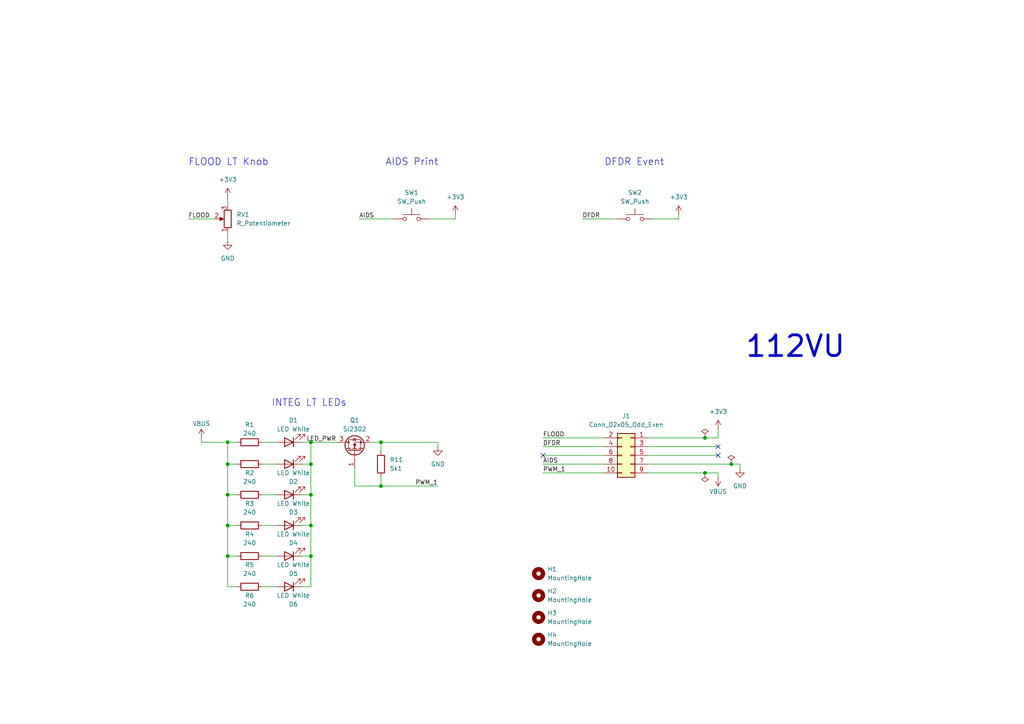
<source format=kicad_sch>
(kicad_sch (version 20231120) (generator "eeschema") (generator_version "8.0")
  (paper "A4")
  (lib_symbols
    (symbol "Connector_Generic:Conn_02x05_Odd_Even" (pin_names (offset 1.016) hide)
      (property "Reference" "J" (at 1.27 7.62 0))
      (property "Value" "Conn_02x05_Odd_Even" (at 1.27 -7.62 0))
      (symbol "Conn_02x05_Odd_Even_1_1"
        (rectangle (start -1.27 -4.953) (end 0 -5.207) (stroke (width 0.1524)))
        (rectangle (start -1.27 -2.413) (end 0 -2.667) (stroke (width 0.1524)))
        (rectangle (start -1.27 0.127) (end 0 -0.127) (stroke (width 0.1524)))
        (rectangle (start -1.27 2.667) (end 0 2.413) (stroke (width 0.1524)))
        (rectangle (start -1.27 5.207) (end 0 4.953) (stroke (width 0.1524)))
        (rectangle (start -1.27 6.35) (end 3.81 -6.35) (stroke (width 0.254)) (fill (type background)))
        (rectangle (start 3.81 -4.953) (end 2.54 -5.207) (stroke (width 0.1524)))
        (rectangle (start 3.81 -2.413) (end 2.54 -2.667) (stroke (width 0.1524)))
        (rectangle (start 3.81 0.127) (end 2.54 -0.127) (stroke (width 0.1524)))
        (rectangle (start 3.81 2.667) (end 2.54 2.413) (stroke (width 0.1524)))
        (rectangle (start 3.81 5.207) (end 2.54 4.953) (stroke (width 0.1524)))
        (pin passive line (at -5.08 5.08 0) (length 3.81) (name "Pin_1") (number "1"))
        (pin passive line (at 7.62 -5.08 180) (length 3.81) (name "Pin_10") (number "10"))
        (pin passive line (at 7.62 5.08 180) (length 3.81) (name "Pin_2") (number "2"))
        (pin passive line (at -5.08 2.54 0) (length 3.81) (name "Pin_3") (number "3"))
        (pin passive line (at 7.62 2.54 180) (length 3.81) (name "Pin_4") (number "4"))
        (pin passive line (at -5.08 0 0) (length 3.81) (name "Pin_5") (number "5"))
        (pin passive line (at 7.62 0 180) (length 3.81) (name "Pin_6") (number "6"))
        (pin passive line (at -5.08 -2.54 0) (length 3.81) (name "Pin_7") (number "7"))
        (pin passive line (at 7.62 -2.54 180) (length 3.81) (name "Pin_8") (number "8"))
        (pin passive line (at -5.08 -5.08 0) (length 3.81) (name "Pin_9") (number "9"))
      )
    )
    (symbol "Device:LED" (pin_numbers hide) (pin_names (offset 1.016) hide)
      (property "Reference" "D" (at 0 2.54 0))
      (property "Value" "LED" (at 0 -2.54 0))
      (symbol "LED_0_1"
        (polyline (pts (xy -1.27 -1.27) (xy -1.27 1.27)) (stroke (width 0.254)))
        (polyline (pts (xy -1.27 0) (xy 1.27 0)))
        (polyline (pts (xy 1.27 -1.27) (xy 1.27 1.27) (xy -1.27 0) (xy 1.27 -1.27)) (stroke (width 0.254)))
        (polyline (pts (xy -3.048 -0.762) (xy -4.572 -2.286) (xy -3.81 -2.286) (xy -4.572 -2.286) (xy -4.572 -1.524)))
        (polyline (pts (xy -1.778 -0.762) (xy -3.302 -2.286) (xy -2.54 -2.286) (xy -3.302 -2.286) (xy -3.302 -1.524)))
      )
      (symbol "LED_1_1"
        (pin passive line (at -3.81 0 0) (length 2.54) (name "K") (number "1"))
        (pin passive line (at 3.81 0 180) (length 2.54) (name "A") (number "2"))
      )
    )
    (symbol "Device:R" (pin_numbers hide) (pin_names (offset 0))
      (property "Reference" "R" (at 2.032 0 90))
      (property "Value" "R" (at 0 0 90))
      (symbol "R_0_1"
        (rectangle (start -1.016 -2.54) (end 1.016 2.54) (stroke (width 0.254)))
      )
      (symbol "R_1_1"
        (pin passive line (at 0 3.81 270) (length 1.27) (name "~") (number "1"))
        (pin passive line (at 0 -3.81 90) (length 1.27) (name "~") (number "2"))
      )
    )
    (symbol "Device:R_Potentiometer" (pin_names (offset 1.016) hide)
      (property "Reference" "RV" (at -4.445 0 90))
      (property "Value" "R_Potentiometer" (at -2.54 0 90))
      (symbol "R_Potentiometer_0_1"
        (polyline (pts (xy 2.54 0) (xy 1.524 0)))
        (polyline (pts (xy 1.143 0) (xy 2.286 0.508) (xy 2.286 -0.508) (xy 1.143 0)) (fill (type outline)))
        (rectangle (start 1.016 2.54) (end -1.016 -2.54) (stroke (width 0.254)))
      )
      (symbol "R_Potentiometer_1_1"
        (pin passive line (at 0 3.81 270) (length 1.27) (name "1") (number "1"))
        (pin passive line (at 3.81 0 180) (length 1.27) (name "2") (number "2"))
        (pin passive line (at 0 -3.81 90) (length 1.27) (name "3") (number "3"))
      )
    )
    (symbol "Mechanical:MountingHole" (pin_names (offset 1.016))
      (property "Reference" "H" (at 0 5.08 0))
      (property "Value" "MountingHole" (at 0 3.175 0))
      (symbol "MountingHole_0_1"
        (circle (center 0 0) (radius 1.27) (stroke (width 1.27)))
      )
    )
    (symbol "Switch:SW_Push" (pin_numbers hide) (pin_names (offset 1.016) hide)
      (property "Reference" "SW" (at 1.27 2.54 0))
      (property "Value" "SW_Push" (at 0 -1.524 0))
      (symbol "SW_Push_0_1"
        (circle (center -2.032 0) (radius 0.508))
        (polyline (pts (xy 0 1.27) (xy 0 3.048)))
        (polyline (pts (xy 2.54 1.27) (xy -2.54 1.27)))
        (circle (center 2.032 0) (radius 0.508))
        (pin passive line (at -5.08 0 0) (length 2.54) (name "1") (number "1"))
        (pin passive line (at 5.08 0 180) (length 2.54) (name "2") (number "2"))
      )
    )
    (symbol "Transistor_FET:2N7002K" (pin_names hide)
      (property "Reference" "Q" (at 5.08 1.905 0))
      (property "Value" "2N7002K" (at 5.08 0 0))
      (symbol "2N7002K_0_1"
        (polyline (pts (xy 0.254 0) (xy -2.54 0)))
        (polyline (pts (xy 0.254 1.905) (xy 0.254 -1.905)) (stroke (width 0.254)))
        (polyline (pts (xy 0.762 -1.27) (xy 0.762 -2.286)) (stroke (width 0.254)))
        (polyline (pts (xy 0.762 0.508) (xy 0.762 -0.508)) (stroke (width 0.254)))
        (polyline (pts (xy 0.762 2.286) (xy 0.762 1.27)) (stroke (width 0.254)))
        (polyline (pts (xy 2.54 2.54) (xy 2.54 1.778)))
        (polyline (pts (xy 2.54 -2.54) (xy 2.54 0) (xy 0.762 0)))
        (polyline (pts (xy 0.762 -1.778) (xy 3.302 -1.778) (xy 3.302 1.778) (xy 0.762 1.778)))
        (polyline (pts (xy 1.016 0) (xy 2.032 0.381) (xy 2.032 -0.381) (xy 1.016 0)) (fill (type outline)))
        (polyline (pts (xy 2.794 0.508) (xy 2.921 0.381) (xy 3.683 0.381) (xy 3.81 0.254)))
        (polyline (pts (xy 3.302 0.381) (xy 2.921 -0.254) (xy 3.683 -0.254) (xy 3.302 0.381)))
        (circle (center 1.651 0) (radius 2.794) (stroke (width 0.254)))
        (circle (center 2.54 -1.778) (radius 0.254) (fill (type outline)))
        (circle (center 2.54 1.778) (radius 0.254) (fill (type outline)))
      )
      (symbol "2N7002K_1_1"
        (pin input line (at -5.08 0 0) (length 2.54) (name "G") (number "1"))
        (pin passive line (at 2.54 -5.08 90) (length 2.54) (name "S") (number "2"))
        (pin passive line (at 2.54 5.08 270) (length 2.54) (name "D") (number "3"))
      )
    )
    (symbol "power:+3V3" (power) (pin_names (offset 0))
      (property "Value" "+3V3" (at 0 3.556 0))
      (symbol "+3V3_0_1"
        (polyline (pts (xy -0.762 1.27) (xy 0 2.54)))
        (polyline (pts (xy 0 0) (xy 0 2.54)))
        (polyline (pts (xy 0 2.54) (xy 0.762 1.27)))
      )
      (symbol "+3V3_1_1"
        (pin power_in line (at 0 0 90) (length 0) hide (name "+3V3") (number "1"))
      )
    )
    (symbol "power:GND" (power) (pin_names (offset 0))
      (property "Value" "GND" (at 0 -3.81 0))
      (symbol "GND_0_1"
        (polyline (pts (xy 0 0) (xy 0 -1.27) (xy 1.27 -1.27) (xy 0 -2.54) (xy -1.27 -1.27) (xy 0 -1.27)))
      )
      (symbol "GND_1_1"
        (pin power_in line (at 0 0 270) (length 0) hide (name "GND") (number "1"))
      )
    )
    (symbol "power:PWR_FLAG" (power) (pin_numbers hide) (pin_names (offset 0) hide)
      (property "Value" "PWR_FLAG" (at 0 3.81 0))
      (symbol "PWR_FLAG_0_0"
        (pin power_out line (at 0 0 90) (length 0) (name "pwr") (number "1"))
      )
      (symbol "PWR_FLAG_0_1"
        (polyline (pts (xy 0 0) (xy 0 1.27) (xy -1.016 1.905) (xy 0 2.54) (xy 1.016 1.905) (xy 0 1.27)))
      )
    )
    (symbol "power:VBUS" (power) (pin_names (offset 0))
      (property "Value" "VBUS" (at 0 3.81 0))
      (symbol "VBUS_0_1"
        (polyline (pts (xy -0.762 1.27) (xy 0 2.54)))
        (polyline (pts (xy 0 0) (xy 0 2.54)))
        (polyline (pts (xy 0 2.54) (xy 0.762 1.27)))
      )
      (symbol "VBUS_1_1"
        (pin power_in line (at 0 0 90) (length 0) hide (name "VBUS") (number "1"))
      )
    )
  )
  (junction (at 66.04 161.29))
  (junction (at 90.17 134.62))
  (junction (at 90.17 161.29))
  (junction (at 90.17 128.27))
  (junction (at 66.04 143.51))
  (junction (at 90.17 152.4))
  (junction (at 90.17 143.51))
  (junction (at 212.09 134.62))
  (junction (at 66.04 128.27))
  (junction (at 66.04 152.4))
  (junction (at 110.49 140.97))
  (junction (at 110.49 128.27))
  (junction (at 204.47 137.16))
  (junction (at 204.47 127))
  (junction (at 66.04 134.62))
  (no_connect (at 208.28 129.54))
  (no_connect (at 157.48 132.08))
  (no_connect (at 208.28 132.08))
  (wire (pts (xy 58.42 128.27) (xy 58.42 127)))
  (wire (pts (xy 110.49 128.27) (xy 110.49 130.81)))
  (wire (pts (xy 66.04 152.4) (xy 66.04 161.29)))
  (wire (pts (xy 66.04 67.31) (xy 66.04 69.85)))
  (wire (pts (xy 66.04 134.62) (xy 66.04 143.51)))
  (wire (pts (xy 90.17 161.29) (xy 90.17 170.18)))
  (wire (pts (xy 214.63 134.62) (xy 214.63 135.89)))
  (wire (pts (xy 157.48 134.62) (xy 175.26 134.62)))
  (wire (pts (xy 102.87 140.97) (xy 110.49 140.97)))
  (wire (pts (xy 212.09 134.62) (xy 214.63 134.62)))
  (wire (pts (xy 102.87 135.89) (xy 102.87 140.97)))
  (wire (pts (xy 90.17 143.51) (xy 90.17 152.4)))
  (wire (pts (xy 66.04 152.4) (xy 68.58 152.4)))
  (wire (pts (xy 68.58 134.62) (xy 66.04 134.62)))
  (wire (pts (xy 157.48 127) (xy 175.26 127)))
  (wire (pts (xy 208.28 138.43) (xy 208.28 137.16)))
  (wire (pts (xy 104.14 63.5) (xy 114.3 63.5)))
  (wire (pts (xy 87.63 161.29) (xy 90.17 161.29)))
  (wire (pts (xy 87.63 152.4) (xy 90.17 152.4)))
  (wire (pts (xy 90.17 128.27) (xy 97.79 128.27)))
  (wire (pts (xy 157.48 137.16) (xy 175.26 137.16)))
  (wire (pts (xy 66.04 161.29) (xy 66.04 170.18)))
  (wire (pts (xy 87.63 128.27) (xy 90.17 128.27)))
  (wire (pts (xy 168.91 63.5) (xy 179.07 63.5)))
  (wire (pts (xy 66.04 128.27) (xy 68.58 128.27)))
  (wire (pts (xy 54.61 63.5) (xy 62.23 63.5)))
  (wire (pts (xy 132.08 62.23) (xy 132.08 63.5)))
  (wire (pts (xy 196.85 62.23) (xy 196.85 63.5)))
  (wire (pts (xy 87.63 170.18) (xy 90.17 170.18)))
  (wire (pts (xy 107.95 128.27) (xy 110.49 128.27)))
  (wire (pts (xy 187.96 129.54) (xy 208.28 129.54)))
  (wire (pts (xy 66.04 143.51) (xy 66.04 152.4)))
  (wire (pts (xy 76.2 152.4) (xy 80.01 152.4)))
  (wire (pts (xy 76.2 161.29) (xy 80.01 161.29)))
  (wire (pts (xy 110.49 138.43) (xy 110.49 140.97)))
  (wire (pts (xy 66.04 57.15) (xy 66.04 59.69)))
  (wire (pts (xy 87.63 143.51) (xy 90.17 143.51)))
  (wire (pts (xy 90.17 134.62) (xy 90.17 143.51)))
  (wire (pts (xy 124.46 63.5) (xy 132.08 63.5)))
  (wire (pts (xy 76.2 143.51) (xy 80.01 143.51)))
  (wire (pts (xy 76.2 170.18) (xy 80.01 170.18)))
  (wire (pts (xy 187.96 137.16) (xy 204.47 137.16)))
  (wire (pts (xy 157.48 132.08) (xy 175.26 132.08)))
  (wire (pts (xy 76.2 134.62) (xy 80.01 134.62)))
  (wire (pts (xy 189.23 63.5) (xy 196.85 63.5)))
  (wire (pts (xy 66.04 134.62) (xy 66.04 128.27)))
  (wire (pts (xy 90.17 152.4) (xy 90.17 161.29)))
  (wire (pts (xy 76.2 128.27) (xy 80.01 128.27)))
  (wire (pts (xy 187.96 127) (xy 204.47 127)))
  (wire (pts (xy 58.42 128.27) (xy 66.04 128.27)))
  (wire (pts (xy 127 129.54) (xy 127 128.27)))
  (wire (pts (xy 110.49 140.97) (xy 127 140.97)))
  (wire (pts (xy 187.96 132.08) (xy 208.28 132.08)))
  (wire (pts (xy 204.47 127) (xy 208.28 127)))
  (wire (pts (xy 90.17 128.27) (xy 90.17 134.62)))
  (wire (pts (xy 68.58 170.18) (xy 66.04 170.18)))
  (wire (pts (xy 66.04 143.51) (xy 68.58 143.51)))
  (wire (pts (xy 204.47 137.16) (xy 208.28 137.16)))
  (wire (pts (xy 87.63 134.62) (xy 90.17 134.62)))
  (wire (pts (xy 66.04 161.29) (xy 68.58 161.29)))
  (wire (pts (xy 208.28 124.46) (xy 208.28 127)))
  (wire (pts (xy 127 128.27) (xy 110.49 128.27)))
  (wire (pts (xy 157.48 129.54) (xy 175.26 129.54)))
  (wire (pts (xy 187.96 134.62) (xy 212.09 134.62)))
  (text "INTEG LT LEDs" (at 78.74 118.11 0) (effects (font (size 2 2)) (justify left bottom)))
  (text "AIDS Print" (at 111.76 48.26 0) (effects (font (size 2 2)) (justify left bottom)))
  (text "112VU" (at 215.9 104.14 0) (effects (font (size 6 6) (thickness 0.8) (bold yes)) (justify left bottom)))
  (text "DFDR Event" (at 175.26 48.26 0) (effects (font (size 2 2)) (justify left bottom)))
  (text "FLOOD LT Knob" (at 54.61 48.26 0) (effects (font (size 2 2)) (justify left bottom)))
  (label "FLOOD" (at 157.48 127 0))
  (label "DFDR" (at 157.48 129.54 0))
  (label "LED_PWR" (at 88.9 128.27 0))
  (label "DFDR" (at 168.91 63.5 0))
  (label "AIDS" (at 104.14 63.5 0))
  (label "PWM_1" (at 157.48 137.16 0))
  (label "PWM_1" (at 127 140.97 180))
  (label "FLOOD" (at 54.61 63.5 0))
  (label "AIDS" (at 157.48 134.62 0))
  (symbol (lib_id "Device:LED") (at 83.82 128.27 180) (unit 1)
    (property "Reference" "D1" (at 85.09 121.92 0))
    (property "Value" "LED White" (at 85.09 124.46 0))
    (property "Footprint" "LED_SMD:LED_0805_2012Metric" (effects (hide yes)))
    (property "Datasheet" "https://www.lcsc.com/datasheet/lcsc_datasheet_2402181504_XINGLIGHT-XL-2012WWC-DS_C3646928.pdf" (effects (hide yes)))
    (property "Manufracturer" "XINGLIGHT" (effects (hide yes)))
    (property "Manufracturer Part Number" "XL-2012WWC-DS" (effects (hide yes)))
    (property "JLCPCB Part" "C3646928" (effects (hide yes)))
  )
  (symbol (lib_id "power:PWR_FLAG") (at 204.47 127 0) (unit 1)
    (property "Reference" "#FLG01" (effects (hide yes)))
    (property "Value" "PWR_FLAG" (effects (hide yes)))
  )
  (symbol (lib_id "Device:LED") (at 83.82 134.62 180) (unit 1)
    (property "Reference" "D2" (at 85.09 139.7 0))
    (property "Value" "LED White" (at 85.09 137.16 0))
    (property "Footprint" "LED_SMD:LED_0805_2012Metric" (effects (hide yes)))
    (property "Datasheet" "https://www.lcsc.com/datasheet/lcsc_datasheet_2402181504_XINGLIGHT-XL-2012WWC-DS_C3646928.pdf" (effects (hide yes)))
    (property "Manufracturer" "XINGLIGHT" (effects (hide yes)))
    (property "Manufracturer Part Number" "XL-2012WWC-DS" (effects (hide yes)))
    (property "JLCPCB Part" "C3646928" (effects (hide yes)))
  )
  (symbol (lib_id "Device:R") (at 72.39 128.27 90) (unit 1)
    (property "Reference" "R1" (at 72.39 123.19 90))
    (property "Value" "240" (at 72.39 125.73 90))
    (property "Footprint" "Resistor_SMD:R_0805_2012Metric" (effects (hide yes)))
    (property "Datasheet" "https://www.lcsc.com/datasheet/lcsc_datasheet_2206010200_UNI-ROYAL-Uniroyal-Elec-0805W8F2400T5E_C17572.pdf" (effects (hide yes)))
    (property "Manufracturer" "UNI-ROYAL(Uniroyal Elec)" (effects (hide yes)))
    (property "Manufracturer Part Number" "0805W8F2400T5E" (effects (hide yes)))
    (property "JLCPCB Part" "C17572" (effects (hide yes)))
  )
  (symbol (lib_id "Switch:SW_Push") (at 184.15 63.5 0) (unit 1)
    (property "Reference" "SW2" (at 184.15 55.88 0))
    (property "Value" "SW_Push" (at 184.15 58.42 0))
    (property "Footprint" "Button_Switch_SMD:SW_Push_1TS009xxxx-xxxx-xxxx_6x6x5mm" (effects (hide yes)))
    (property "Datasheet" "https://www.lcsc.com/datasheet/lcsc_datasheet_1811151231_HYP--Hongyuan-Precision-1TS009A-1800-5000-CT_C319409.pdf" (effects (hide yes)))
    (property "JLCPCB Part" "C319409" (effects (hide yes)))
    (property "Manufracturer" "HYP (Hongyuan Precision)" (effects (hide yes)))
    (property "Manufracturer Part Number" "1TS009A-1800-5000-CT" (effects (hide yes)))
  )
  (symbol (lib_id "Device:R") (at 72.39 161.29 90) (unit 1)
    (property "Reference" "R5" (at 72.39 163.83 90))
    (property "Value" "240" (at 72.39 166.37 90))
    (property "Footprint" "Resistor_SMD:R_0805_2012Metric" (effects (hide yes)))
    (property "Datasheet" "https://www.lcsc.com/datasheet/lcsc_datasheet_2206010200_UNI-ROYAL-Uniroyal-Elec-0805W8F2400T5E_C17572.pdf" (effects (hide yes)))
    (property "Manufracturer" "UNI-ROYAL(Uniroyal Elec)" (effects (hide yes)))
    (property "Manufracturer Part Number" "0805W8F2400T5E" (effects (hide yes)))
    (property "JLCPCB Part" "C17572" (effects (hide yes)))
  )
  (symbol (lib_id "power:GND") (at 66.04 69.85 0) (unit 1)
    (property "Reference" "#PWR02" (effects (hide yes)))
    (property "Value" "GND" (at 66.04 74.93 0))
  )
  (symbol (lib_id "power:+3V3") (at 132.08 62.23 0) (unit 1)
    (property "Reference" "#PWR05" (effects (hide yes)))
    (property "Value" "+3V3" (at 132.08 57.15 0))
  )
  (symbol (lib_id "Mechanical:MountingHole") (at 156.21 166.37 0) (unit 1) (in_bom no)
    (property "Reference" "H1" (at 158.75 165.1 0) (effects (justify left)))
    (property "Value" "MountingHole" (at 158.75 167.64 0) (effects (justify left)))
    (property "Footprint" "MountingHole:MountingHole_2.2mm_M2" (effects (hide yes)))
  )
  (symbol (lib_id "power:+3V3") (at 208.28 124.46 0) (unit 1)
    (property "Reference" "#PWR09" (effects (hide yes)))
    (property "Value" "+3V3" (at 208.28 119.38 0))
  )
  (symbol (lib_id "power:GND") (at 127 129.54 0) (unit 1)
    (property "Reference" "#PWR013" (effects (hide yes)))
    (property "Value" "GND" (at 127 134.62 0))
  )
  (symbol (lib_id "Switch:SW_Push") (at 119.38 63.5 0) (unit 1)
    (property "Reference" "SW1" (at 119.38 55.88 0))
    (property "Value" "SW_Push" (at 119.38 58.42 0))
    (property "Footprint" "Button_Switch_SMD:SW_Push_1TS009xxxx-xxxx-xxxx_6x6x5mm" (effects (hide yes)))
    (property "Datasheet" "https://www.lcsc.com/datasheet/lcsc_datasheet_1811151231_HYP--Hongyuan-Precision-1TS009A-1800-5000-CT_C319409.pdf" (effects (hide yes)))
    (property "JLCPCB Part" "C319409" (effects (hide yes)))
    (property "Manufracturer" "HYP (Hongyuan Precision)" (effects (hide yes)))
    (property "Manufracturer Part Number" "1TS009A-1800-5000-CT" (effects (hide yes)))
  )
  (symbol (lib_id "Mechanical:MountingHole") (at 156.21 179.07 0) (unit 1) (in_bom no)
    (property "Reference" "H3" (at 158.75 177.8 0) (effects (justify left)))
    (property "Value" "MountingHole" (at 158.75 180.34 0) (effects (justify left)))
    (property "Footprint" "MountingHole:MountingHole_2.2mm_M2" (effects (hide yes)))
  )
  (symbol (lib_id "power:+3V3") (at 66.04 57.15 0) (unit 1)
    (property "Reference" "#PWR01" (effects (hide yes)))
    (property "Value" "+3V3" (at 66.04 52.07 0))
  )
  (symbol (lib_id "Transistor_FET:2N7002K") (at 102.87 130.81 90) (unit 1)
    (property "Reference" "Q1" (at 102.87 121.92 90))
    (property "Value" "SI2302" (at 102.87 124.46 90))
    (property "Footprint" "Package_TO_SOT_SMD:SOT-23-3" (effects (hide yes)))
    (property "Datasheet" "https://www.lcsc.com/datasheet/lcsc_datasheet_2109011130_YONGYUTAI-SI2302_C2891732.pdf" (effects (hide yes)))
    (property "Manufracturer" "YONGYUTAI" (effects (hide yes)))
    (property "Manufracturer Part Number" "SI2302" (effects (hide yes)))
    (property "JLCPCB Part" "C2891732" (effects (hide yes)))
  )
  (symbol (lib_id "Device:LED") (at 83.82 170.18 180) (unit 1)
    (property "Reference" "D6" (at 85.09 175.26 0))
    (property "Value" "LED White" (at 85.09 172.72 0))
    (property "Footprint" "LED_SMD:LED_0805_2012Metric" (effects (hide yes)))
    (property "Datasheet" "https://www.lcsc.com/datasheet/lcsc_datasheet_2402181504_XINGLIGHT-XL-2012WWC-DS_C3646928.pdf" (effects (hide yes)))
    (property "Manufracturer" "XINGLIGHT" (effects (hide yes)))
    (property "Manufracturer Part Number" "XL-2012WWC-DS" (effects (hide yes)))
    (property "JLCPCB Part" "C3646928" (effects (hide yes)))
  )
  (symbol (lib_id "power:+3V3") (at 196.85 62.23 0) (unit 1)
    (property "Reference" "#PWR08" (effects (hide yes)))
    (property "Value" "+3V3" (at 196.85 57.15 0))
  )
  (symbol (lib_id "Device:R") (at 72.39 152.4 90) (unit 1)
    (property "Reference" "R4" (at 72.39 154.94 90))
    (property "Value" "240" (at 72.39 157.48 90))
    (property "Footprint" "Resistor_SMD:R_0805_2012Metric" (effects (hide yes)))
    (property "Datasheet" "https://www.lcsc.com/datasheet/lcsc_datasheet_2206010200_UNI-ROYAL-Uniroyal-Elec-0805W8F2400T5E_C17572.pdf" (effects (hide yes)))
    (property "Manufracturer" "UNI-ROYAL(Uniroyal Elec)" (effects (hide yes)))
    (property "Manufracturer Part Number" "0805W8F2400T5E" (effects (hide yes)))
    (property "JLCPCB Part" "C17572" (effects (hide yes)))
  )
  (symbol (lib_id "power:PWR_FLAG") (at 212.09 134.62 0) (unit 1)
    (property "Reference" "#FLG03" (effects (hide yes)))
    (property "Value" "PWR_FLAG" (effects (hide yes)))
  )
  (symbol (lib_id "power:PWR_FLAG") (at 204.47 137.16 180) (unit 1)
    (property "Reference" "#FLG02" (effects (hide yes)))
    (property "Value" "PWR_FLAG" (effects (hide yes)))
  )
  (symbol (lib_id "Connector_Generic:Conn_02x05_Odd_Even") (at 182.88 132.08 0) (mirror y) (unit 1)
    (property "Reference" "J1" (at 181.61 120.65 0))
    (property "Value" "Conn_02x05_Odd_Even" (at 181.61 123.19 0))
    (property "Footprint" "Connector_IDC:IDC-Header_2x05_P2.54mm_Vertical" (effects (hide yes)))
    (property "Datasheet" "https://www.lcsc.com/datasheet/lcsc_datasheet_1810281612_BOOMELE-Boom-Precision-Elec-2-54-2-5P_C5665.pdf" (effects (hide yes)))
    (property "JLCPCB Part" "C5665" (effects (hide yes)))
    (property "Manufracturer" "BOOMELE(Boom Precision Elec)" (effects (hide yes)))
    (property "Manufracturer Part Number" "2.54-2*5P" (effects (hide yes)))
  )
  (symbol (lib_id "Device:R_Potentiometer") (at 66.04 63.5 180) (unit 1)
    (property "Reference" "RV1" (at 68.58 62.23 0) (effects (justify right)))
    (property "Value" "R_Potentiometer" (at 68.58 64.77 0) (effects (justify right)))
    (property "Footprint" "NiasStuff:Potentiometer_Alps_RK09L_Double_Vertical" (effects (hide yes)))
    (property "Datasheet" "https://datasheet.lcsc.com/lcsc/1912111437_ALPSALPINE-RK09L1240A12_C380211.pdf" (effects (hide yes)))
    (property "Manufracturer" "ALPSALPINE" (effects (hide yes)))
    (property "Manufracturer Part Number" "RK09L1240A12" (effects (hide yes)))
    (property "JLCPCB Part" "C380211" (effects (hide yes)))
  )
  (symbol (lib_id "Device:LED") (at 83.82 152.4 180) (unit 1)
    (property "Reference" "D4" (at 85.09 157.48 0))
    (property "Value" "LED White" (at 85.09 154.94 0))
    (property "Footprint" "LED_SMD:LED_0805_2012Metric" (effects (hide yes)))
    (property "Datasheet" "https://www.lcsc.com/datasheet/lcsc_datasheet_2402181504_XINGLIGHT-XL-2012WWC-DS_C3646928.pdf" (effects (hide yes)))
    (property "Manufracturer" "XINGLIGHT" (effects (hide yes)))
    (property "Manufracturer Part Number" "XL-2012WWC-DS" (effects (hide yes)))
    (property "JLCPCB Part" "C3646928" (effects (hide yes)))
  )
  (symbol (lib_id "Device:LED") (at 83.82 161.29 180) (unit 1)
    (property "Reference" "D5" (at 85.09 166.37 0))
    (property "Value" "LED White" (at 85.09 163.83 0))
    (property "Footprint" "LED_SMD:LED_0805_2012Metric" (effects (hide yes)))
    (property "Datasheet" "https://www.lcsc.com/datasheet/lcsc_datasheet_2402181504_XINGLIGHT-XL-2012WWC-DS_C3646928.pdf" (effects (hide yes)))
    (property "Manufracturer" "XINGLIGHT" (effects (hide yes)))
    (property "Manufracturer Part Number" "XL-2012WWC-DS" (effects (hide yes)))
    (property "JLCPCB Part" "C3646928" (effects (hide yes)))
  )
  (symbol (lib_id "Device:R") (at 72.39 134.62 90) (unit 1)
    (property "Reference" "R2" (at 72.39 137.16 90))
    (property "Value" "240" (at 72.39 139.7 90))
    (property "Footprint" "Resistor_SMD:R_0805_2012Metric" (effects (hide yes)))
    (property "Datasheet" "https://www.lcsc.com/datasheet/lcsc_datasheet_2206010200_UNI-ROYAL-Uniroyal-Elec-0805W8F2400T5E_C17572.pdf" (effects (hide yes)))
    (property "Manufracturer" "UNI-ROYAL(Uniroyal Elec)" (effects (hide yes)))
    (property "Manufracturer Part Number" "0805W8F2400T5E" (effects (hide yes)))
    (property "JLCPCB Part" "C17572" (effects (hide yes)))
  )
  (symbol (lib_id "Device:LED") (at 83.82 143.51 180) (unit 1)
    (property "Reference" "D3" (at 85.09 148.59 0))
    (property "Value" "LED White" (at 85.09 146.05 0))
    (property "Footprint" "LED_SMD:LED_0805_2012Metric" (effects (hide yes)))
    (property "Datasheet" "https://www.lcsc.com/datasheet/lcsc_datasheet_2402181504_XINGLIGHT-XL-2012WWC-DS_C3646928.pdf" (effects (hide yes)))
    (property "Manufracturer" "XINGLIGHT" (effects (hide yes)))
    (property "Manufracturer Part Number" "XL-2012WWC-DS" (effects (hide yes)))
    (property "JLCPCB Part" "C3646928" (effects (hide yes)))
  )
  (symbol (lib_id "Mechanical:MountingHole") (at 156.21 172.72 0) (unit 1) (in_bom no)
    (property "Reference" "H2" (at 158.75 171.45 0) (effects (justify left)))
    (property "Value" "MountingHole" (at 158.75 173.99 0) (effects (justify left)))
    (property "Footprint" "MountingHole:MountingHole_2.2mm_M2" (effects (hide yes)))
  )
  (symbol (lib_id "power:VBUS") (at 58.42 127 0) (unit 1)
    (property "Reference" "#PWR012" (effects (hide yes)))
    (property "Value" "VBUS" (at 58.42 122.8669 0))
  )
  (symbol (lib_id "Device:R") (at 72.39 170.18 90) (unit 1)
    (property "Reference" "R6" (at 72.39 172.72 90))
    (property "Value" "240" (at 72.39 175.26 90))
    (property "Footprint" "Resistor_SMD:R_0805_2012Metric" (effects (hide yes)))
    (property "Datasheet" "https://www.lcsc.com/datasheet/lcsc_datasheet_2206010200_UNI-ROYAL-Uniroyal-Elec-0805W8F2400T5E_C17572.pdf" (effects (hide yes)))
    (property "Manufracturer" "UNI-ROYAL(Uniroyal Elec)" (effects (hide yes)))
    (property "Manufracturer Part Number" "0805W8F2400T5E" (effects (hide yes)))
    (property "JLCPCB Part" "C17572" (effects (hide yes)))
  )
  (symbol (lib_id "Mechanical:MountingHole") (at 156.21 185.42 0) (unit 1) (in_bom no)
    (property "Reference" "H4" (at 158.75 184.15 0) (effects (justify left)))
    (property "Value" "MountingHole" (at 158.75 186.69 0) (effects (justify left)))
    (property "Footprint" "MountingHole:MountingHole_2.2mm_M2" (effects (hide yes)))
  )
  (symbol (lib_id "Device:R") (at 72.39 143.51 90) (unit 1)
    (property "Reference" "R3" (at 72.39 146.05 90))
    (property "Value" "240" (at 72.39 148.59 90))
    (property "Footprint" "Resistor_SMD:R_0805_2012Metric" (effects (hide yes)))
    (property "Datasheet" "https://www.lcsc.com/datasheet/lcsc_datasheet_2206010200_UNI-ROYAL-Uniroyal-Elec-0805W8F2400T5E_C17572.pdf" (effects (hide yes)))
    (property "Manufracturer" "UNI-ROYAL(Uniroyal Elec)" (effects (hide yes)))
    (property "Manufracturer Part Number" "0805W8F2400T5E" (effects (hide yes)))
    (property "JLCPCB Part" "C17572" (effects (hide yes)))
  )
  (symbol (lib_id "Device:R") (at 110.49 134.62 180) (unit 1)
    (property "Reference" "R11" (at 113.03 133.35 0) (effects (justify right)))
    (property "Value" "5k1" (at 113.03 135.89 0) (effects (justify right)))
    (property "Footprint" "Resistor_SMD:R_0603_1608Metric" (effects (hide yes)))
    (property "Datasheet" "https://www.lcsc.com/datasheet/lcsc_datasheet_2206010116_UNI-ROYAL-Uniroyal-Elec-0603WAF5101T5E_C23186.pdf" (effects (hide yes)))
    (property "JLCPCB Part" "C23186" (effects (hide yes)))
    (property "Manufracturer" "UNI-ROYAL(Uniroyal Elec)" (effects (hide yes)))
    (property "Manufracturer Part Number" "0603WAF5101T5E" (effects (hide yes)))
  )
  (symbol (lib_id "power:GND") (at 214.63 135.89 0) (unit 1)
    (property "Reference" "#PWR011" (effects (hide yes)))
    (property "Value" "GND" (at 214.63 140.97 0))
  )
  (symbol (lib_id "power:VBUS") (at 208.28 138.43 180) (unit 1)
    (property "Reference" "#PWR010" (effects (hide yes)))
    (property "Value" "VBUS" (at 208.28 142.5631 0))
  )
)
</source>
